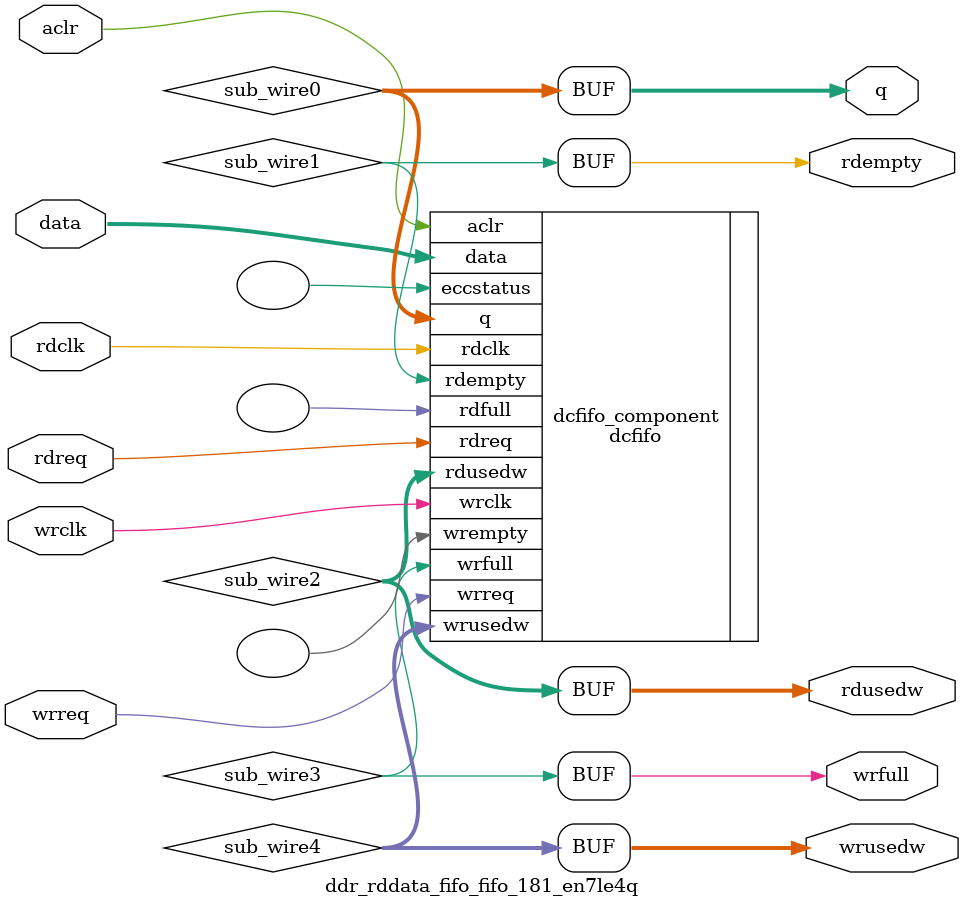
<source format=v>



`timescale 1 ps / 1 ps
// synopsys translate_on
module  ddr_rddata_fifo_fifo_181_en7le4q  (
    aclr,
    data,
    rdclk,
    rdreq,
    wrclk,
    wrreq,
    q,
    rdempty,
    rdusedw,
    wrfull,
    wrusedw);

    input    aclr;
    input  [319:0]  data;
    input    rdclk;
    input    rdreq;
    input    wrclk;
    input    wrreq;
    output [319:0]  q;
    output   rdempty;
    output [9:0]  rdusedw;
    output   wrfull;
    output [9:0]  wrusedw;
`ifndef ALTERA_RESERVED_QIS
// synopsys translate_off
`endif
    tri0     aclr;
`ifndef ALTERA_RESERVED_QIS
// synopsys translate_on
`endif

    wire [319:0] sub_wire0;
    wire  sub_wire1;
    wire [9:0] sub_wire2;
    wire  sub_wire3;
    wire [9:0] sub_wire4;
    wire [319:0] q = sub_wire0[319:0];
    wire  rdempty = sub_wire1;
    wire [9:0] rdusedw = sub_wire2[9:0];
    wire  wrfull = sub_wire3;
    wire [9:0] wrusedw = sub_wire4[9:0];

    dcfifo  dcfifo_component (
                .aclr (aclr),
                .data (data),
                .rdclk (rdclk),
                .rdreq (rdreq),
                .wrclk (wrclk),
                .wrreq (wrreq),
                .q (sub_wire0),
                .rdempty (sub_wire1),
                .rdusedw (sub_wire2),
                .wrfull (sub_wire3),
                .wrusedw (sub_wire4),
                .eccstatus (),
                .rdfull (),
                .wrempty ());
    defparam
        dcfifo_component.add_usedw_msb_bit  = "ON",
        dcfifo_component.enable_ecc  = "FALSE",
        dcfifo_component.intended_device_family  = "Arria 10",
        dcfifo_component.lpm_hint  = "RAM_BLOCK_TYPE=M20K,DISABLE_DCFIFO_EMBEDDED_TIMING_CONSTRAINT=TRUE",
        dcfifo_component.lpm_numwords  = 512,
        dcfifo_component.lpm_showahead  = "OFF",
        dcfifo_component.lpm_type  = "dcfifo",
        dcfifo_component.lpm_width  = 320,
        dcfifo_component.lpm_widthu  = 10,
        dcfifo_component.overflow_checking  = "ON",
        dcfifo_component.rdsync_delaypipe  = 5,
        dcfifo_component.read_aclr_synch  = "ON",
        dcfifo_component.underflow_checking  = "ON",
        dcfifo_component.use_eab  = "ON",
        dcfifo_component.write_aclr_synch  = "ON",
        dcfifo_component.wrsync_delaypipe  = 5;


endmodule



</source>
